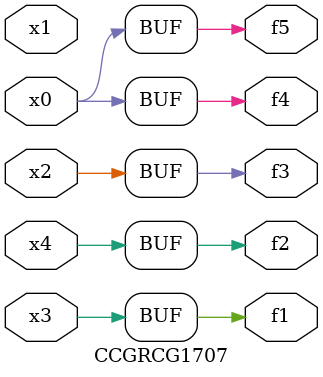
<source format=v>
module CCGRCG1707(
	input x0, x1, x2, x3, x4,
	output f1, f2, f3, f4, f5
);
	assign f1 = x3;
	assign f2 = x4;
	assign f3 = x2;
	assign f4 = x0;
	assign f5 = x0;
endmodule

</source>
